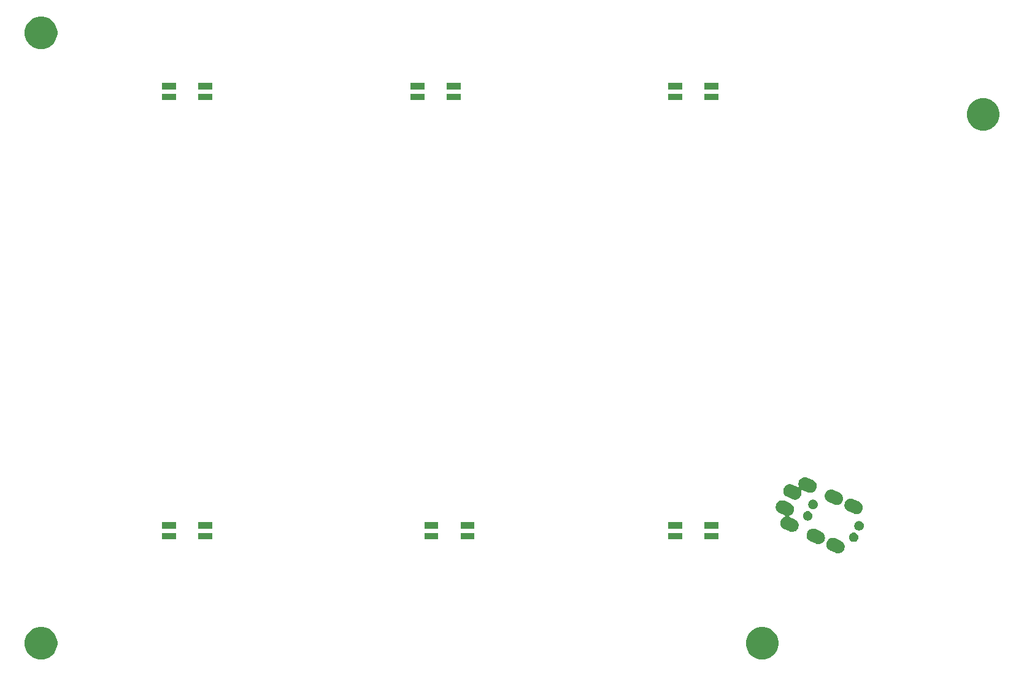
<source format=gbr>
G04 #@! TF.GenerationSoftware,KiCad,Pcbnew,5.1.5+dfsg1-2build2*
G04 #@! TF.CreationDate,2021-03-23T21:18:19+09:00*
G04 #@! TF.ProjectId,rest,72657374-2e6b-4696-9361-645f70636258,rev?*
G04 #@! TF.SameCoordinates,Original*
G04 #@! TF.FileFunction,Soldermask,Bot*
G04 #@! TF.FilePolarity,Negative*
%FSLAX46Y46*%
G04 Gerber Fmt 4.6, Leading zero omitted, Abs format (unit mm)*
G04 Created by KiCad (PCBNEW 5.1.5+dfsg1-2build2) date 2021-03-23 21:18:19*
%MOMM*%
%LPD*%
G04 APERTURE LIST*
%ADD10C,0.100000*%
G04 APERTURE END LIST*
D10*
G36*
X136775880Y-120759776D02*
G01*
X137156593Y-120835504D01*
X137566249Y-121005189D01*
X137934929Y-121251534D01*
X138248466Y-121565071D01*
X138494811Y-121933751D01*
X138664496Y-122343407D01*
X138751000Y-122778296D01*
X138751000Y-123221704D01*
X138664496Y-123656593D01*
X138494811Y-124066249D01*
X138248466Y-124434929D01*
X137934929Y-124748466D01*
X137566249Y-124994811D01*
X137156593Y-125164496D01*
X136775880Y-125240224D01*
X136721705Y-125251000D01*
X136278295Y-125251000D01*
X136224120Y-125240224D01*
X135843407Y-125164496D01*
X135433751Y-124994811D01*
X135065071Y-124748466D01*
X134751534Y-124434929D01*
X134505189Y-124066249D01*
X134335504Y-123656593D01*
X134249000Y-123221704D01*
X134249000Y-122778296D01*
X134335504Y-122343407D01*
X134505189Y-121933751D01*
X134751534Y-121565071D01*
X135065071Y-121251534D01*
X135433751Y-121005189D01*
X135843407Y-120835504D01*
X136224120Y-120759776D01*
X136278295Y-120749000D01*
X136721705Y-120749000D01*
X136775880Y-120759776D01*
G37*
G36*
X37275880Y-120759776D02*
G01*
X37656593Y-120835504D01*
X38066249Y-121005189D01*
X38434929Y-121251534D01*
X38748466Y-121565071D01*
X38994811Y-121933751D01*
X39164496Y-122343407D01*
X39251000Y-122778296D01*
X39251000Y-123221704D01*
X39164496Y-123656593D01*
X38994811Y-124066249D01*
X38748466Y-124434929D01*
X38434929Y-124748466D01*
X38066249Y-124994811D01*
X37656593Y-125164496D01*
X37275880Y-125240224D01*
X37221705Y-125251000D01*
X36778295Y-125251000D01*
X36724120Y-125240224D01*
X36343407Y-125164496D01*
X35933751Y-124994811D01*
X35565071Y-124748466D01*
X35251534Y-124434929D01*
X35005189Y-124066249D01*
X34835504Y-123656593D01*
X34749000Y-123221704D01*
X34749000Y-122778296D01*
X34835504Y-122343407D01*
X35005189Y-121933751D01*
X35251534Y-121565071D01*
X35565071Y-121251534D01*
X35933751Y-121005189D01*
X36343407Y-120835504D01*
X36724120Y-120759776D01*
X36778295Y-120749000D01*
X37221705Y-120749000D01*
X37275880Y-120759776D01*
G37*
G36*
X146473416Y-108462172D02*
G01*
X146598970Y-108506079D01*
X147404893Y-108880175D01*
X147519469Y-108947732D01*
X147651829Y-109065972D01*
X147758578Y-109207762D01*
X147758579Y-109207764D01*
X147812773Y-109320245D01*
X147835614Y-109367651D01*
X147879977Y-109539498D01*
X147889962Y-109716699D01*
X147865185Y-109892442D01*
X147865184Y-109892444D01*
X147806599Y-110059974D01*
X147716452Y-110212861D01*
X147598216Y-110345218D01*
X147541240Y-110388113D01*
X147456424Y-110451968D01*
X147404435Y-110477016D01*
X147296533Y-110529005D01*
X147124687Y-110573367D01*
X146947486Y-110583353D01*
X146771742Y-110558575D01*
X146646189Y-110514669D01*
X145840266Y-110140572D01*
X145840265Y-110140571D01*
X145840262Y-110140570D01*
X145786839Y-110109070D01*
X145725691Y-110073015D01*
X145593331Y-109954776D01*
X145486582Y-109812986D01*
X145440190Y-109716699D01*
X145409544Y-109653093D01*
X145365182Y-109481249D01*
X145360045Y-109390081D01*
X145355197Y-109304049D01*
X145379974Y-109128306D01*
X145405797Y-109054466D01*
X145438560Y-108960774D01*
X145527517Y-108809908D01*
X145528707Y-108807889D01*
X145632528Y-108691669D01*
X145646942Y-108675533D01*
X145646946Y-108675529D01*
X145788736Y-108568780D01*
X145918873Y-108506079D01*
X145948629Y-108491742D01*
X146120473Y-108447380D01*
X146211641Y-108442243D01*
X146297673Y-108437395D01*
X146473416Y-108462172D01*
G37*
G36*
X143752284Y-107199065D02*
G01*
X143877838Y-107242972D01*
X144683761Y-107617068D01*
X144798337Y-107684625D01*
X144930697Y-107802865D01*
X145037446Y-107944655D01*
X145114482Y-108104544D01*
X145158845Y-108276391D01*
X145168830Y-108453592D01*
X145144053Y-108629335D01*
X145144052Y-108629337D01*
X145085467Y-108796867D01*
X144995320Y-108949754D01*
X144877084Y-109082111D01*
X144820108Y-109125006D01*
X144735292Y-109188861D01*
X144696062Y-109207762D01*
X144575401Y-109265898D01*
X144403555Y-109310260D01*
X144226354Y-109320246D01*
X144050610Y-109295468D01*
X143925057Y-109251562D01*
X143119134Y-108877465D01*
X143119133Y-108877464D01*
X143119130Y-108877463D01*
X143065707Y-108845963D01*
X143004559Y-108809908D01*
X142872199Y-108691669D01*
X142765450Y-108549879D01*
X142711255Y-108437396D01*
X142688412Y-108389986D01*
X142644050Y-108218142D01*
X142638913Y-108126974D01*
X142634065Y-108040942D01*
X142658842Y-107865199D01*
X142686351Y-107786536D01*
X142717428Y-107697667D01*
X142787258Y-107579239D01*
X142807575Y-107544782D01*
X142925814Y-107412422D01*
X143067604Y-107305673D01*
X143141937Y-107269859D01*
X143227497Y-107228635D01*
X143399341Y-107184273D01*
X143490509Y-107179136D01*
X143576541Y-107174288D01*
X143752284Y-107199065D01*
G37*
G36*
X149329324Y-107737463D02*
G01*
X149381319Y-107759000D01*
X149447798Y-107786537D01*
X149554422Y-107857781D01*
X149645099Y-107948458D01*
X149706896Y-108040943D01*
X149716344Y-108055084D01*
X149765417Y-108173556D01*
X149790434Y-108299327D01*
X149790434Y-108427565D01*
X149786492Y-108447381D01*
X149765417Y-108553336D01*
X149716343Y-108671810D01*
X149645099Y-108778434D01*
X149554422Y-108869111D01*
X149447798Y-108940355D01*
X149447797Y-108940356D01*
X149447796Y-108940356D01*
X149329324Y-108989429D01*
X149203553Y-109014446D01*
X149075315Y-109014446D01*
X148949544Y-108989429D01*
X148831072Y-108940356D01*
X148831071Y-108940356D01*
X148831070Y-108940355D01*
X148724446Y-108869111D01*
X148633769Y-108778434D01*
X148562525Y-108671810D01*
X148513451Y-108553336D01*
X148492376Y-108447381D01*
X148488434Y-108427565D01*
X148488434Y-108299327D01*
X148513451Y-108173556D01*
X148562524Y-108055084D01*
X148571973Y-108040943D01*
X148633769Y-107948458D01*
X148724446Y-107857781D01*
X148831070Y-107786537D01*
X148897550Y-107759000D01*
X148949544Y-107737463D01*
X149075315Y-107712446D01*
X149203553Y-107712446D01*
X149329324Y-107737463D01*
G37*
G36*
X60606000Y-108681000D02*
G01*
X58704000Y-108681000D01*
X58704000Y-107759000D01*
X60606000Y-107759000D01*
X60606000Y-108681000D01*
G37*
G36*
X130456000Y-108681000D02*
G01*
X128554000Y-108681000D01*
X128554000Y-107759000D01*
X130456000Y-107759000D01*
X130456000Y-108681000D01*
G37*
G36*
X125456000Y-108681000D02*
G01*
X123554000Y-108681000D01*
X123554000Y-107759000D01*
X125456000Y-107759000D01*
X125456000Y-108681000D01*
G37*
G36*
X55606000Y-108681000D02*
G01*
X53704000Y-108681000D01*
X53704000Y-107759000D01*
X55606000Y-107759000D01*
X55606000Y-108681000D01*
G37*
G36*
X91801000Y-108681000D02*
G01*
X89899000Y-108681000D01*
X89899000Y-107759000D01*
X91801000Y-107759000D01*
X91801000Y-108681000D01*
G37*
G36*
X96801000Y-108681000D02*
G01*
X94899000Y-108681000D01*
X94899000Y-107759000D01*
X96801000Y-107759000D01*
X96801000Y-108681000D01*
G37*
G36*
X139500354Y-103296041D02*
G01*
X139625908Y-103339948D01*
X140431831Y-103714044D01*
X140546407Y-103781601D01*
X140678767Y-103899841D01*
X140785516Y-104041631D01*
X140785517Y-104041633D01*
X140862553Y-104201522D01*
X140876663Y-104256181D01*
X140906915Y-104373367D01*
X140916900Y-104550568D01*
X140892123Y-104726311D01*
X140886056Y-104743660D01*
X140833537Y-104893843D01*
X140743390Y-105046730D01*
X140625154Y-105179087D01*
X140529907Y-105250795D01*
X140483362Y-105285837D01*
X140421290Y-105315743D01*
X140318203Y-105365412D01*
X140297277Y-105378161D01*
X140279239Y-105394747D01*
X140264785Y-105414534D01*
X140254468Y-105436760D01*
X140248685Y-105460572D01*
X140247659Y-105485055D01*
X140251429Y-105509267D01*
X140259850Y-105532279D01*
X140272599Y-105553205D01*
X140289185Y-105571243D01*
X140319825Y-105591398D01*
X141055584Y-105932925D01*
X141170160Y-106000482D01*
X141302520Y-106118722D01*
X141409269Y-106260512D01*
X141486305Y-106420401D01*
X141530668Y-106592248D01*
X141540653Y-106769449D01*
X141515876Y-106945192D01*
X141515875Y-106945194D01*
X141457290Y-107112724D01*
X141367143Y-107265611D01*
X141248907Y-107397968D01*
X141191931Y-107440863D01*
X141107115Y-107504718D01*
X141055126Y-107529766D01*
X140947224Y-107581755D01*
X140775378Y-107626117D01*
X140598177Y-107636103D01*
X140422433Y-107611325D01*
X140296880Y-107567419D01*
X139490957Y-107193322D01*
X139490956Y-107193321D01*
X139490953Y-107193320D01*
X139437530Y-107161820D01*
X139376382Y-107125765D01*
X139330170Y-107084483D01*
X139244026Y-107007530D01*
X139244022Y-107007526D01*
X139137273Y-106865736D01*
X139090881Y-106769449D01*
X139060235Y-106705843D01*
X139015873Y-106533999D01*
X139010736Y-106442831D01*
X139005888Y-106356799D01*
X139030665Y-106181056D01*
X139056488Y-106107216D01*
X139089251Y-106013524D01*
X139179399Y-105860638D01*
X139297633Y-105728283D01*
X139297637Y-105728279D01*
X139439427Y-105621530D01*
X139501958Y-105591402D01*
X139604585Y-105541955D01*
X139625511Y-105529206D01*
X139643549Y-105512620D01*
X139658003Y-105492833D01*
X139668320Y-105470607D01*
X139674103Y-105446795D01*
X139675129Y-105422312D01*
X139671359Y-105398100D01*
X139662938Y-105375088D01*
X139650189Y-105354162D01*
X139633603Y-105336124D01*
X139602963Y-105315969D01*
X138867204Y-104974441D01*
X138867203Y-104974440D01*
X138867200Y-104974439D01*
X138813777Y-104942939D01*
X138752629Y-104906884D01*
X138650834Y-104815949D01*
X138620273Y-104788649D01*
X138620269Y-104788645D01*
X138513520Y-104646855D01*
X138477706Y-104572522D01*
X138436482Y-104486962D01*
X138392120Y-104315118D01*
X138386983Y-104223950D01*
X138382135Y-104137918D01*
X138406912Y-103962175D01*
X138439501Y-103868985D01*
X138465498Y-103794643D01*
X138555646Y-103641757D01*
X138673880Y-103509402D01*
X138673884Y-103509398D01*
X138815674Y-103402649D01*
X138945811Y-103339948D01*
X138975567Y-103325611D01*
X139147411Y-103281249D01*
X139238579Y-103276112D01*
X139324611Y-103271264D01*
X139500354Y-103296041D01*
G37*
G36*
X150066137Y-106150136D02*
G01*
X150184611Y-106199210D01*
X150291235Y-106270454D01*
X150381912Y-106361131D01*
X150453156Y-106467755D01*
X150502230Y-106586229D01*
X150527247Y-106712001D01*
X150527247Y-106840237D01*
X150502230Y-106966009D01*
X150453156Y-107084483D01*
X150381912Y-107191107D01*
X150291235Y-107281784D01*
X150184611Y-107353028D01*
X150184610Y-107353029D01*
X150184609Y-107353029D01*
X150066137Y-107402102D01*
X149940366Y-107427119D01*
X149812128Y-107427119D01*
X149686357Y-107402102D01*
X149567885Y-107353029D01*
X149567884Y-107353029D01*
X149567883Y-107353028D01*
X149461259Y-107281784D01*
X149370582Y-107191107D01*
X149299338Y-107084483D01*
X149250264Y-106966009D01*
X149225247Y-106840237D01*
X149225247Y-106712001D01*
X149250264Y-106586229D01*
X149299338Y-106467755D01*
X149370582Y-106361131D01*
X149461259Y-106270454D01*
X149567883Y-106199210D01*
X149686357Y-106150136D01*
X149812128Y-106125119D01*
X149940366Y-106125119D01*
X150066137Y-106150136D01*
G37*
G36*
X130456000Y-107181000D02*
G01*
X128554000Y-107181000D01*
X128554000Y-106259000D01*
X130456000Y-106259000D01*
X130456000Y-107181000D01*
G37*
G36*
X96801000Y-107181000D02*
G01*
X94899000Y-107181000D01*
X94899000Y-106259000D01*
X96801000Y-106259000D01*
X96801000Y-107181000D01*
G37*
G36*
X91801000Y-107181000D02*
G01*
X89899000Y-107181000D01*
X89899000Y-106259000D01*
X91801000Y-106259000D01*
X91801000Y-107181000D01*
G37*
G36*
X125456000Y-107181000D02*
G01*
X123554000Y-107181000D01*
X123554000Y-106259000D01*
X125456000Y-106259000D01*
X125456000Y-107181000D01*
G37*
G36*
X55606000Y-107181000D02*
G01*
X53704000Y-107181000D01*
X53704000Y-106259000D01*
X55606000Y-106259000D01*
X55606000Y-107181000D01*
G37*
G36*
X60606000Y-107181000D02*
G01*
X58704000Y-107181000D01*
X58704000Y-106259000D01*
X60606000Y-106259000D01*
X60606000Y-107181000D01*
G37*
G36*
X142972133Y-104788645D02*
G01*
X142980016Y-104790213D01*
X143098490Y-104839287D01*
X143205114Y-104910531D01*
X143295791Y-105001208D01*
X143326207Y-105046728D01*
X143367036Y-105107834D01*
X143416109Y-105226306D01*
X143441126Y-105352077D01*
X143441126Y-105480315D01*
X143425509Y-105558829D01*
X143416109Y-105606086D01*
X143367035Y-105724560D01*
X143295791Y-105831184D01*
X143205114Y-105921861D01*
X143098490Y-105993105D01*
X143098489Y-105993106D01*
X143098488Y-105993106D01*
X142980016Y-106042179D01*
X142854245Y-106067196D01*
X142726007Y-106067196D01*
X142600236Y-106042179D01*
X142481764Y-105993106D01*
X142481763Y-105993106D01*
X142481762Y-105993105D01*
X142375138Y-105921861D01*
X142284461Y-105831184D01*
X142213217Y-105724560D01*
X142164143Y-105606086D01*
X142154743Y-105558829D01*
X142139126Y-105480315D01*
X142139126Y-105352077D01*
X142164143Y-105226306D01*
X142213216Y-105107834D01*
X142254046Y-105046728D01*
X142284461Y-105001208D01*
X142375138Y-104910531D01*
X142481762Y-104839287D01*
X142600236Y-104790213D01*
X142608119Y-104788645D01*
X142726007Y-104765196D01*
X142854245Y-104765196D01*
X142972133Y-104788645D01*
G37*
G36*
X148978579Y-103065260D02*
G01*
X149104133Y-103109167D01*
X149910056Y-103483263D01*
X150024632Y-103550820D01*
X150156992Y-103669060D01*
X150263741Y-103810850D01*
X150263742Y-103810852D01*
X150317936Y-103923333D01*
X150340777Y-103970739D01*
X150385140Y-104142586D01*
X150395125Y-104319787D01*
X150370348Y-104495530D01*
X150370347Y-104495532D01*
X150311762Y-104663062D01*
X150221615Y-104815949D01*
X150103379Y-104948306D01*
X150046403Y-104991201D01*
X149961587Y-105055056D01*
X149909598Y-105080104D01*
X149801696Y-105132093D01*
X149629850Y-105176455D01*
X149452649Y-105186441D01*
X149276905Y-105161663D01*
X149151352Y-105117757D01*
X148345429Y-104743660D01*
X148345428Y-104743659D01*
X148345425Y-104743658D01*
X148292002Y-104712158D01*
X148230854Y-104676103D01*
X148098494Y-104557864D01*
X147991745Y-104416074D01*
X147955931Y-104341741D01*
X147914707Y-104256181D01*
X147870345Y-104084337D01*
X147865208Y-103993169D01*
X147860360Y-103907137D01*
X147885137Y-103731394D01*
X147910960Y-103657554D01*
X147943723Y-103563862D01*
X148032680Y-103412996D01*
X148033870Y-103410977D01*
X148110127Y-103325613D01*
X148152105Y-103278621D01*
X148152109Y-103278617D01*
X148293899Y-103171868D01*
X148424036Y-103109167D01*
X148453792Y-103094830D01*
X148625636Y-103050468D01*
X148716804Y-103045331D01*
X148802836Y-103040483D01*
X148978579Y-103065260D01*
G37*
G36*
X143716829Y-103202886D02*
G01*
X143835303Y-103251960D01*
X143941927Y-103323204D01*
X144032604Y-103413881D01*
X144096427Y-103509398D01*
X144103849Y-103520507D01*
X144152922Y-103638979D01*
X144177939Y-103764750D01*
X144177939Y-103892988D01*
X144152922Y-104018759D01*
X144125759Y-104084337D01*
X144103848Y-104137233D01*
X144032604Y-104243857D01*
X143941927Y-104334534D01*
X143835303Y-104405778D01*
X143835302Y-104405779D01*
X143835301Y-104405779D01*
X143716829Y-104454852D01*
X143591058Y-104479869D01*
X143462820Y-104479869D01*
X143337049Y-104454852D01*
X143218577Y-104405779D01*
X143218576Y-104405779D01*
X143218575Y-104405778D01*
X143111951Y-104334534D01*
X143021274Y-104243857D01*
X142950030Y-104137233D01*
X142928120Y-104084337D01*
X142900956Y-104018759D01*
X142875939Y-103892988D01*
X142875939Y-103764750D01*
X142900956Y-103638979D01*
X142950029Y-103520507D01*
X142957452Y-103509398D01*
X143021274Y-103413881D01*
X143111951Y-103323204D01*
X143218575Y-103251960D01*
X143337049Y-103202886D01*
X143462820Y-103177869D01*
X143591058Y-103177869D01*
X143716829Y-103202886D01*
G37*
G36*
X146257447Y-101802153D02*
G01*
X146383001Y-101846060D01*
X147188924Y-102220156D01*
X147303500Y-102287713D01*
X147435860Y-102405953D01*
X147542609Y-102547743D01*
X147542610Y-102547745D01*
X147619645Y-102707632D01*
X147664008Y-102879479D01*
X147673993Y-103056680D01*
X147649216Y-103232423D01*
X147649215Y-103232425D01*
X147590630Y-103399955D01*
X147500483Y-103552842D01*
X147382247Y-103685199D01*
X147343933Y-103714044D01*
X147240455Y-103791949D01*
X147201225Y-103810850D01*
X147080564Y-103868986D01*
X146908718Y-103913348D01*
X146731517Y-103923334D01*
X146555773Y-103898556D01*
X146430220Y-103854650D01*
X145624297Y-103480553D01*
X145624296Y-103480552D01*
X145624293Y-103480551D01*
X145570870Y-103449051D01*
X145509722Y-103412996D01*
X145411903Y-103325613D01*
X145377366Y-103294761D01*
X145377362Y-103294757D01*
X145270613Y-103152967D01*
X145216418Y-103040484D01*
X145193575Y-102993074D01*
X145149213Y-102821230D01*
X145144076Y-102730062D01*
X145139228Y-102644030D01*
X145164005Y-102468287D01*
X145189828Y-102394447D01*
X145222591Y-102300755D01*
X145292421Y-102182327D01*
X145312738Y-102147870D01*
X145430977Y-102015510D01*
X145572767Y-101908761D01*
X145647100Y-101872947D01*
X145732660Y-101831723D01*
X145904504Y-101787361D01*
X145995672Y-101782224D01*
X146081704Y-101777376D01*
X146257447Y-101802153D01*
G37*
G36*
X142629271Y-100118010D02*
G01*
X142754825Y-100161917D01*
X143560748Y-100536013D01*
X143675324Y-100603570D01*
X143807684Y-100721810D01*
X143914433Y-100863600D01*
X143914434Y-100863602D01*
X143991470Y-101023491D01*
X144020795Y-101137087D01*
X144035832Y-101195336D01*
X144045817Y-101372537D01*
X144021040Y-101548280D01*
X144021039Y-101548282D01*
X143962454Y-101715812D01*
X143872307Y-101868699D01*
X143754071Y-102001056D01*
X143697095Y-102043951D01*
X143612279Y-102107806D01*
X143560290Y-102132854D01*
X143452388Y-102184843D01*
X143280542Y-102229205D01*
X143103341Y-102239191D01*
X142927597Y-102214413D01*
X142802044Y-102170507D01*
X142066287Y-101828980D01*
X142043159Y-101820893D01*
X142018895Y-101817472D01*
X141994430Y-101818850D01*
X141970704Y-101824975D01*
X141948628Y-101835611D01*
X141929052Y-101850350D01*
X141912727Y-101868624D01*
X141900281Y-101889732D01*
X141892193Y-101912863D01*
X141888772Y-101937127D01*
X141892630Y-101973605D01*
X141903448Y-102015510D01*
X141938453Y-102151109D01*
X141948438Y-102328310D01*
X141923661Y-102504053D01*
X141923660Y-102504055D01*
X141865075Y-102671585D01*
X141774928Y-102824472D01*
X141656692Y-102956829D01*
X141608549Y-102993074D01*
X141514900Y-103063579D01*
X141462911Y-103088627D01*
X141355009Y-103140616D01*
X141210701Y-103177869D01*
X141183163Y-103184978D01*
X141005962Y-103194964D01*
X140830218Y-103170186D01*
X140704665Y-103126280D01*
X139898742Y-102752183D01*
X139898741Y-102752182D01*
X139898738Y-102752181D01*
X139823185Y-102707632D01*
X139784167Y-102684626D01*
X139651807Y-102566387D01*
X139545058Y-102424597D01*
X139485390Y-102300755D01*
X139468020Y-102264704D01*
X139423658Y-102092860D01*
X139418521Y-102001692D01*
X139413673Y-101915660D01*
X139438450Y-101739917D01*
X139464273Y-101666077D01*
X139497036Y-101572385D01*
X139587184Y-101419499D01*
X139705418Y-101287144D01*
X139705422Y-101287140D01*
X139847212Y-101180391D01*
X139977349Y-101117690D01*
X140007105Y-101103353D01*
X140178949Y-101058991D01*
X140270117Y-101053854D01*
X140356149Y-101049006D01*
X140531892Y-101073783D01*
X140657446Y-101117690D01*
X141393211Y-101459220D01*
X141416331Y-101467304D01*
X141440595Y-101470725D01*
X141465060Y-101469347D01*
X141488786Y-101463222D01*
X141510862Y-101452586D01*
X141530438Y-101437847D01*
X141546763Y-101419573D01*
X141559209Y-101398465D01*
X141567297Y-101375334D01*
X141570718Y-101351070D01*
X141566860Y-101314592D01*
X141521037Y-101137087D01*
X141515900Y-101045919D01*
X141511052Y-100959887D01*
X141535829Y-100784144D01*
X141561652Y-100710304D01*
X141594415Y-100616612D01*
X141684563Y-100463726D01*
X141802797Y-100331371D01*
X141802801Y-100331367D01*
X141944591Y-100224618D01*
X142074728Y-100161917D01*
X142104484Y-100147580D01*
X142276328Y-100103218D01*
X142367496Y-100098081D01*
X142453528Y-100093233D01*
X142629271Y-100118010D01*
G37*
G36*
X167275880Y-47759776D02*
G01*
X167656593Y-47835504D01*
X168066249Y-48005189D01*
X168434929Y-48251534D01*
X168748466Y-48565071D01*
X168994811Y-48933751D01*
X169164496Y-49343407D01*
X169251000Y-49778296D01*
X169251000Y-50221704D01*
X169164496Y-50656593D01*
X168994811Y-51066249D01*
X168748466Y-51434929D01*
X168434929Y-51748466D01*
X168066249Y-51994811D01*
X167656593Y-52164496D01*
X167275880Y-52240224D01*
X167221705Y-52251000D01*
X166778295Y-52251000D01*
X166724120Y-52240224D01*
X166343407Y-52164496D01*
X165933751Y-51994811D01*
X165565071Y-51748466D01*
X165251534Y-51434929D01*
X165005189Y-51066249D01*
X164835504Y-50656593D01*
X164749000Y-50221704D01*
X164749000Y-49778296D01*
X164835504Y-49343407D01*
X165005189Y-48933751D01*
X165251534Y-48565071D01*
X165565071Y-48251534D01*
X165933751Y-48005189D01*
X166343407Y-47835504D01*
X166724120Y-47759776D01*
X166778295Y-47749000D01*
X167221705Y-47749000D01*
X167275880Y-47759776D01*
G37*
G36*
X94896000Y-48056000D02*
G01*
X92994000Y-48056000D01*
X92994000Y-47134000D01*
X94896000Y-47134000D01*
X94896000Y-48056000D01*
G37*
G36*
X125456000Y-48056000D02*
G01*
X123554000Y-48056000D01*
X123554000Y-47134000D01*
X125456000Y-47134000D01*
X125456000Y-48056000D01*
G37*
G36*
X130456000Y-48056000D02*
G01*
X128554000Y-48056000D01*
X128554000Y-47134000D01*
X130456000Y-47134000D01*
X130456000Y-48056000D01*
G37*
G36*
X60606000Y-48056000D02*
G01*
X58704000Y-48056000D01*
X58704000Y-47134000D01*
X60606000Y-47134000D01*
X60606000Y-48056000D01*
G37*
G36*
X55606000Y-48056000D02*
G01*
X53704000Y-48056000D01*
X53704000Y-47134000D01*
X55606000Y-47134000D01*
X55606000Y-48056000D01*
G37*
G36*
X89896000Y-48056000D02*
G01*
X87994000Y-48056000D01*
X87994000Y-47134000D01*
X89896000Y-47134000D01*
X89896000Y-48056000D01*
G37*
G36*
X55606000Y-46556000D02*
G01*
X53704000Y-46556000D01*
X53704000Y-45634000D01*
X55606000Y-45634000D01*
X55606000Y-46556000D01*
G37*
G36*
X60606000Y-46556000D02*
G01*
X58704000Y-46556000D01*
X58704000Y-45634000D01*
X60606000Y-45634000D01*
X60606000Y-46556000D01*
G37*
G36*
X89896000Y-46556000D02*
G01*
X87994000Y-46556000D01*
X87994000Y-45634000D01*
X89896000Y-45634000D01*
X89896000Y-46556000D01*
G37*
G36*
X94896000Y-46556000D02*
G01*
X92994000Y-46556000D01*
X92994000Y-45634000D01*
X94896000Y-45634000D01*
X94896000Y-46556000D01*
G37*
G36*
X125456000Y-46556000D02*
G01*
X123554000Y-46556000D01*
X123554000Y-45634000D01*
X125456000Y-45634000D01*
X125456000Y-46556000D01*
G37*
G36*
X130456000Y-46556000D02*
G01*
X128554000Y-46556000D01*
X128554000Y-45634000D01*
X130456000Y-45634000D01*
X130456000Y-46556000D01*
G37*
G36*
X37275880Y-36509776D02*
G01*
X37656593Y-36585504D01*
X38066249Y-36755189D01*
X38434929Y-37001534D01*
X38748466Y-37315071D01*
X38994811Y-37683751D01*
X39164496Y-38093407D01*
X39251000Y-38528296D01*
X39251000Y-38971704D01*
X39164496Y-39406593D01*
X38994811Y-39816249D01*
X38748466Y-40184929D01*
X38434929Y-40498466D01*
X38066249Y-40744811D01*
X37656593Y-40914496D01*
X37275880Y-40990224D01*
X37221705Y-41001000D01*
X36778295Y-41001000D01*
X36724120Y-40990224D01*
X36343407Y-40914496D01*
X35933751Y-40744811D01*
X35565071Y-40498466D01*
X35251534Y-40184929D01*
X35005189Y-39816249D01*
X34835504Y-39406593D01*
X34749000Y-38971704D01*
X34749000Y-38528296D01*
X34835504Y-38093407D01*
X35005189Y-37683751D01*
X35251534Y-37315071D01*
X35565071Y-37001534D01*
X35933751Y-36755189D01*
X36343407Y-36585504D01*
X36724120Y-36509776D01*
X36778295Y-36499000D01*
X37221705Y-36499000D01*
X37275880Y-36509776D01*
G37*
M02*

</source>
